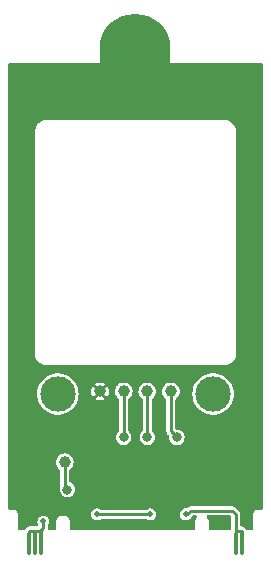
<source format=gbr>
%TF.GenerationSoftware,KiCad,Pcbnew,7.0.0-da2b9df05c~171~ubuntu20.04.1*%
%TF.CreationDate,2023-03-04T21:27:30-05:00*%
%TF.ProjectId,USB 2242,4c6f6769-7465-4636-9820-556e69667969,B*%
%TF.SameCoordinates,Original*%
%TF.FileFunction,Copper,L2,Bot*%
%TF.FilePolarity,Positive*%
%FSLAX46Y46*%
G04 Gerber Fmt 4.6, Leading zero omitted, Abs format (unit mm)*
G04 Created by KiCad (PCBNEW 7.0.0-da2b9df05c~171~ubuntu20.04.1) date 2023-03-04 21:27:30*
%MOMM*%
%LPD*%
G01*
G04 APERTURE LIST*
G04 Aperture macros list*
%AMFreePoly0*
4,1,15,-0.175000,0.812500,-0.168339,0.845985,-0.149372,0.874372,-0.120985,0.893339,-0.087500,0.900000,0.087500,0.900000,0.120985,0.893339,0.149372,0.874372,0.168339,0.845985,0.175000,0.812500,0.175000,-0.760000,0.035000,-0.900000,-0.035000,-0.900000,-0.175000,-0.760000,-0.175000,0.812500,-0.175000,0.812500,$1*%
G04 Aperture macros list end*
%TA.AperFunction,ComponentPad*%
%ADD10C,3.000000*%
%TD*%
%TA.AperFunction,SMDPad,CuDef*%
%ADD11FreePoly0,0.000000*%
%TD*%
%TA.AperFunction,ComponentPad*%
%ADD12C,5.500000*%
%TD*%
%TA.AperFunction,ConnectorPad*%
%ADD13O,6.000000X8.000000*%
%TD*%
%TA.AperFunction,SMDPad,CuDef*%
%ADD14C,1.000000*%
%TD*%
%TA.AperFunction,ViaPad*%
%ADD15C,0.800000*%
%TD*%
%TA.AperFunction,ViaPad*%
%ADD16C,0.500000*%
%TD*%
%TA.AperFunction,Conductor*%
%ADD17C,0.250000*%
%TD*%
G04 APERTURE END LIST*
D10*
%TO.P,USB1,5*%
%TO.N,N/C*%
X17570000Y13800000D03*
X4430000Y13800000D03*
%TD*%
D11*
%TO.P,J1,2,3.3V*%
%TO.N,+3V3*%
X19999999Y1099999D03*
D12*
%TO.P,J1,3,GND*%
%TO.N,GND*%
X11000000Y42000000D03*
D13*
X10999999Y41999999D03*
D11*
%TO.P,J1,4,3.3V*%
%TO.N,+3V3*%
X19499999Y1099999D03*
%TO.P,J1,70,3.3V*%
X2999999Y1099999D03*
%TO.P,J1,72,3.3V*%
X2499999Y1099999D03*
%TO.P,J1,74,3.3V*%
X1999999Y1099999D03*
%TD*%
D14*
%TO.P,TP2,1,1*%
%TO.N,/3V3 PROT*%
X5000000Y8000000D03*
%TD*%
%TO.P,TP4,1,1*%
%TO.N,/USBD+*%
X10000000Y14000000D03*
%TD*%
%TO.P,TP5,1,1*%
%TO.N,/USBD-*%
X12000000Y14000000D03*
%TD*%
%TO.P,TP1,1,1*%
%TO.N,GND*%
X8000000Y14000000D03*
%TD*%
%TO.P,TP3,1,1*%
%TO.N,+5V*%
X14000000Y14000000D03*
%TD*%
D15*
%TO.N,+5V*%
X14500000Y10120000D03*
D16*
%TO.N,GND*%
X20400000Y2900000D03*
X19500000Y7700000D03*
X3200000Y9700000D03*
X15500000Y7700000D03*
X1200000Y9700000D03*
X13750000Y2500000D03*
X19700000Y9700000D03*
X12250000Y2500000D03*
X20700000Y9700000D03*
X1200000Y8700000D03*
X1200000Y6700000D03*
X21200000Y8700000D03*
X1700000Y3000000D03*
X10900000Y5900000D03*
X1200000Y7700000D03*
X9250000Y2500000D03*
X2200000Y9700000D03*
X17600000Y2500000D03*
X18700000Y9700000D03*
X7750000Y2500000D03*
X17500000Y7700000D03*
X17500000Y5700000D03*
X6250000Y2500000D03*
X10750000Y2500000D03*
X14500000Y7700000D03*
X18500000Y7700000D03*
%TO.N,+3V3*%
X12250000Y3600000D03*
X7750000Y3600000D03*
X15250000Y3600000D03*
X3200000Y3000000D03*
D15*
%TO.N,/USBD+*%
X10000000Y10120000D03*
%TO.N,/USBD-*%
X12000000Y10120000D03*
%TO.N,/3V3 PROT*%
X5237500Y5700000D03*
%TD*%
D17*
%TO.N,+5V*%
X14000000Y10620000D02*
X14500000Y10120000D01*
X14000000Y14000000D02*
X14000000Y10620000D01*
%TO.N,+3V3*%
X2500000Y2150000D02*
X2500000Y1100000D01*
X2950000Y2200000D02*
X3000000Y2150000D01*
X2000000Y1100000D02*
X2000000Y2150000D01*
X19500000Y3600000D02*
X19200000Y3900000D01*
X19950000Y2200000D02*
X20000000Y2150000D01*
X20000000Y2150000D02*
X20000000Y1100000D01*
X19550000Y2200000D02*
X19950000Y2200000D01*
X15700000Y3900000D02*
X15400000Y3600000D01*
X2050000Y2200000D02*
X2200000Y2200000D01*
X2200000Y2200000D02*
X2450000Y2200000D01*
X3200000Y2450000D02*
X2950000Y2200000D01*
X7750000Y3600000D02*
X12250000Y3600000D01*
X19500000Y1100000D02*
X19500000Y2150000D01*
X19500000Y2150000D02*
X19500000Y3600000D01*
X3000000Y2150000D02*
X3000000Y1100000D01*
X3200000Y2450000D02*
X3200000Y3000000D01*
X2450000Y2200000D02*
X2500000Y2150000D01*
X2200000Y2200000D02*
X2400000Y2200000D01*
X2950000Y2200000D02*
X2600000Y2200000D01*
X19500000Y2150000D02*
X19550000Y2200000D01*
X15250000Y3600000D02*
X15400000Y3600000D01*
X2550000Y2200000D02*
X2950000Y2200000D01*
X19200000Y3900000D02*
X15700000Y3900000D01*
X2000000Y2150000D02*
X2050000Y2200000D01*
%TO.N,/USBD+*%
X10000000Y14000000D02*
X10000000Y10120000D01*
%TO.N,/USBD-*%
X12000000Y14000000D02*
X12000000Y10120000D01*
%TO.N,/3V3 PROT*%
X5000000Y8000000D02*
X5000000Y5937500D01*
X5000000Y5937500D02*
X5237500Y5700000D01*
%TD*%
%TA.AperFunction,Conductor*%
%TO.N,GND*%
G36*
X21738000Y41783387D02*
G01*
X21783387Y41738000D01*
X21800000Y41676000D01*
X21800000Y4124500D01*
X21783387Y4062500D01*
X21738000Y4017113D01*
X21676000Y4000500D01*
X21425500Y4000500D01*
X21425000Y4000500D01*
X21368607Y4000500D01*
X21361821Y3998952D01*
X21361819Y3998951D01*
X21265441Y3976954D01*
X21265434Y3976952D01*
X21258649Y3975403D01*
X21252378Y3972384D01*
X21252372Y3972381D01*
X21163307Y3929489D01*
X21163303Y3929487D01*
X21157033Y3926467D01*
X21151593Y3922129D01*
X21151587Y3922125D01*
X21074295Y3860486D01*
X21074290Y3860482D01*
X21068854Y3856146D01*
X21064518Y3850710D01*
X21064514Y3850705D01*
X21002875Y3773413D01*
X21002871Y3773407D01*
X20998533Y3767967D01*
X20995513Y3761697D01*
X20995511Y3761693D01*
X20952619Y3672628D01*
X20952616Y3672622D01*
X20949597Y3666351D01*
X20948048Y3659566D01*
X20948046Y3659559D01*
X20928437Y3573644D01*
X20924500Y3556393D01*
X20924500Y3549431D01*
X20924500Y2374000D01*
X20907887Y2312000D01*
X20862500Y2266613D01*
X20800500Y2250000D01*
X20446730Y2250000D01*
X20383258Y2267476D01*
X20337678Y2314978D01*
X20335164Y2319623D01*
X20332837Y2324141D01*
X20309826Y2371211D01*
X20304202Y2376835D01*
X20300419Y2383826D01*
X20292860Y2390785D01*
X20292856Y2390790D01*
X20261921Y2419268D01*
X20258231Y2422808D01*
X20252152Y2428886D01*
X20236013Y2448760D01*
X20235704Y2449233D01*
X20230084Y2457836D01*
X20205109Y2477275D01*
X20201190Y2480736D01*
X20201058Y2480579D01*
X20197143Y2483895D01*
X20193518Y2487520D01*
X20176591Y2499605D01*
X20172481Y2502670D01*
X20139297Y2528498D01*
X20131189Y2534809D01*
X20123668Y2537391D01*
X20117199Y2542010D01*
X20107353Y2544942D01*
X20107350Y2544943D01*
X20067043Y2556944D01*
X20062167Y2558506D01*
X20022381Y2572164D01*
X20022374Y2572166D01*
X20012660Y2575500D01*
X20004706Y2575500D01*
X19997088Y2577768D01*
X19986824Y2577344D01*
X19984158Y2577676D01*
X19928842Y2598824D01*
X19889642Y2643215D01*
X19875500Y2700723D01*
X19875500Y3548195D01*
X19878140Y3573644D01*
X19878258Y3574210D01*
X19878258Y3574211D01*
X19880367Y3584268D01*
X19876451Y3615677D01*
X19876128Y3620887D01*
X19875924Y3620870D01*
X19875500Y3625982D01*
X19875500Y3631114D01*
X19872074Y3651638D01*
X19871341Y3656674D01*
X19870981Y3659559D01*
X19864866Y3708626D01*
X19861373Y3715771D01*
X19860065Y3723610D01*
X19835158Y3769634D01*
X19832837Y3774141D01*
X19809826Y3821211D01*
X19804202Y3826835D01*
X19800419Y3833826D01*
X19792858Y3840786D01*
X19792857Y3840788D01*
X19761918Y3869269D01*
X19758220Y3872817D01*
X19502150Y4128888D01*
X19486022Y4148749D01*
X19485706Y4149232D01*
X19485703Y4149235D01*
X19480084Y4157836D01*
X19455109Y4177275D01*
X19451190Y4180736D01*
X19451058Y4180579D01*
X19447143Y4183895D01*
X19443518Y4187520D01*
X19426591Y4199605D01*
X19422481Y4202670D01*
X19389297Y4228498D01*
X19381189Y4234809D01*
X19373668Y4237391D01*
X19367199Y4242010D01*
X19357353Y4244942D01*
X19357350Y4244943D01*
X19317043Y4256944D01*
X19312167Y4258506D01*
X19272381Y4272164D01*
X19272374Y4272166D01*
X19262660Y4275500D01*
X19254706Y4275500D01*
X19247088Y4277768D01*
X19236823Y4277344D01*
X19236820Y4277344D01*
X19194807Y4275606D01*
X19189684Y4275500D01*
X15751805Y4275500D01*
X15726356Y4278140D01*
X15725790Y4278259D01*
X15725783Y4278260D01*
X15715732Y4280367D01*
X15705541Y4279097D01*
X15705537Y4279097D01*
X15684324Y4276452D01*
X15679109Y4276129D01*
X15679126Y4275924D01*
X15674007Y4275500D01*
X15668886Y4275500D01*
X15663838Y4274658D01*
X15663828Y4274657D01*
X15648394Y4272082D01*
X15643334Y4271345D01*
X15601571Y4266139D01*
X15601560Y4266136D01*
X15591374Y4264866D01*
X15584229Y4261374D01*
X15576390Y4260065D01*
X15567361Y4255180D01*
X15567358Y4255178D01*
X15530369Y4235162D01*
X15525821Y4232821D01*
X15488017Y4214338D01*
X15488015Y4214337D01*
X15478789Y4209826D01*
X15473165Y4204203D01*
X15466174Y4200419D01*
X15448054Y4180736D01*
X15430742Y4161931D01*
X15427198Y4158238D01*
X15405782Y4136821D01*
X15365553Y4109939D01*
X15318099Y4100500D01*
X15178039Y4100500D01*
X15169530Y4098002D01*
X15169526Y4098001D01*
X15048621Y4062500D01*
X15039947Y4059953D01*
X15032484Y4055158D01*
X15032484Y4055157D01*
X14926329Y3986936D01*
X14926325Y3986934D01*
X14918872Y3982143D01*
X14913070Y3975449D01*
X14913065Y3975443D01*
X14830431Y3880077D01*
X14830428Y3880073D01*
X14824623Y3873373D01*
X14820941Y3865311D01*
X14820938Y3865306D01*
X14768520Y3750527D01*
X14764835Y3742457D01*
X14763573Y3733684D01*
X14763572Y3733678D01*
X14752916Y3659559D01*
X14744353Y3600000D01*
X14745615Y3591223D01*
X14763572Y3466323D01*
X14763573Y3466319D01*
X14764835Y3457543D01*
X14768519Y3449475D01*
X14768520Y3449474D01*
X14809733Y3359230D01*
X14824623Y3326627D01*
X14830430Y3319925D01*
X14830431Y3319924D01*
X14913065Y3224558D01*
X14913067Y3224556D01*
X14918872Y3217857D01*
X15039947Y3140047D01*
X15178039Y3099500D01*
X15313090Y3099500D01*
X15321961Y3099500D01*
X15460053Y3140047D01*
X15581128Y3217857D01*
X15675377Y3326627D01*
X15680971Y3338877D01*
X15706087Y3375051D01*
X15819220Y3488182D01*
X15859448Y3515061D01*
X15906900Y3524500D01*
X16100482Y3524500D01*
X16155438Y3511657D01*
X16199009Y3475788D01*
X16222172Y3424324D01*
X16220127Y3367925D01*
X16193298Y3318273D01*
X16132144Y3249245D01*
X16132139Y3249239D01*
X16127169Y3243628D01*
X16123685Y3236992D01*
X16123680Y3236983D01*
X16062884Y3121146D01*
X16062881Y3121140D01*
X16059399Y3114504D01*
X16057605Y3107229D01*
X16057604Y3107224D01*
X16026294Y2980196D01*
X16026293Y2980190D01*
X16024500Y2972914D01*
X16024500Y2965414D01*
X16024500Y2374000D01*
X16007887Y2312000D01*
X15962500Y2266613D01*
X15900500Y2250000D01*
X5599500Y2250000D01*
X5537500Y2266613D01*
X5492113Y2312000D01*
X5475500Y2374000D01*
X5475500Y2965414D01*
X5475500Y2972914D01*
X5440601Y3114504D01*
X5430538Y3133678D01*
X5376319Y3236983D01*
X5376317Y3236986D01*
X5372831Y3243628D01*
X5276130Y3352782D01*
X5156116Y3435621D01*
X5149101Y3438282D01*
X5149098Y3438283D01*
X5026780Y3484672D01*
X5026774Y3484674D01*
X5019764Y3487332D01*
X5012319Y3488237D01*
X5012315Y3488237D01*
X4882445Y3504006D01*
X4875000Y3504910D01*
X4867555Y3504006D01*
X4737684Y3488237D01*
X4737679Y3488236D01*
X4730236Y3487332D01*
X4723227Y3484675D01*
X4723219Y3484672D01*
X4600901Y3438283D01*
X4600895Y3438281D01*
X4593884Y3435621D01*
X4587710Y3431361D01*
X4587707Y3431358D01*
X4480040Y3357041D01*
X4473870Y3352782D01*
X4468903Y3347177D01*
X4468899Y3347172D01*
X4382144Y3249245D01*
X4382139Y3249239D01*
X4377169Y3243628D01*
X4373685Y3236992D01*
X4373680Y3236983D01*
X4312884Y3121146D01*
X4312881Y3121140D01*
X4309399Y3114504D01*
X4307605Y3107229D01*
X4307604Y3107224D01*
X4276294Y2980196D01*
X4276293Y2980190D01*
X4274500Y2972914D01*
X4274500Y2965414D01*
X4274500Y2374000D01*
X4257887Y2312000D01*
X4212500Y2266613D01*
X4150500Y2250000D01*
X3697420Y2250000D01*
X3631049Y2269258D01*
X3585294Y2321050D01*
X3574939Y2385708D01*
X3575500Y2387340D01*
X3575500Y2395293D01*
X3577768Y2402911D01*
X3575606Y2455192D01*
X3575500Y2460315D01*
X3575500Y2622815D01*
X3583318Y2666148D01*
X3605786Y2704016D01*
X3619569Y2719924D01*
X3619569Y2719925D01*
X3625377Y2726627D01*
X3685165Y2857543D01*
X3705647Y3000000D01*
X3685165Y3142457D01*
X3625377Y3273373D01*
X3568620Y3338875D01*
X3536934Y3375443D01*
X3536932Y3375445D01*
X3531128Y3382143D01*
X3410053Y3459953D01*
X3316808Y3487332D01*
X3280473Y3498001D01*
X3280470Y3498002D01*
X3271961Y3500500D01*
X3128039Y3500500D01*
X3119530Y3498002D01*
X3119526Y3498001D01*
X3011641Y3466323D01*
X2989947Y3459953D01*
X2982484Y3455158D01*
X2982484Y3455157D01*
X2876329Y3386936D01*
X2876325Y3386934D01*
X2868872Y3382143D01*
X2863070Y3375449D01*
X2863065Y3375443D01*
X2780431Y3280077D01*
X2780428Y3280073D01*
X2774623Y3273373D01*
X2770941Y3265311D01*
X2770938Y3265306D01*
X2718520Y3150527D01*
X2714835Y3142457D01*
X2713573Y3133684D01*
X2713572Y3133678D01*
X2700603Y3043470D01*
X2694353Y3000000D01*
X2695615Y2991223D01*
X2713572Y2866323D01*
X2713573Y2866319D01*
X2714835Y2857543D01*
X2718517Y2849479D01*
X2718519Y2849475D01*
X2763487Y2751012D01*
X2774377Y2690655D01*
X2755009Y2632461D01*
X2710120Y2590668D01*
X2650693Y2575500D01*
X2518886Y2575500D01*
X2518886Y2575828D01*
X2512660Y2576085D01*
X2512660Y2575500D01*
X2509309Y2575500D01*
X2503493Y2575861D01*
X2497088Y2577768D01*
X2486823Y2577344D01*
X2486820Y2577344D01*
X2444807Y2575606D01*
X2439684Y2575500D01*
X2262660Y2575500D01*
X2101804Y2575500D01*
X2076358Y2578139D01*
X2075787Y2578259D01*
X2075785Y2578260D01*
X2065732Y2580367D01*
X2055541Y2579097D01*
X2055537Y2579097D01*
X2034324Y2576452D01*
X2029109Y2576129D01*
X2029126Y2575924D01*
X2024007Y2575500D01*
X2018886Y2575500D01*
X2013838Y2574658D01*
X2013828Y2574657D01*
X1998394Y2572082D01*
X1993334Y2571345D01*
X1951571Y2566139D01*
X1951560Y2566136D01*
X1941374Y2564866D01*
X1934229Y2561374D01*
X1926390Y2560065D01*
X1917361Y2555180D01*
X1917358Y2555178D01*
X1880369Y2535162D01*
X1875821Y2532821D01*
X1838017Y2514338D01*
X1838015Y2514337D01*
X1828789Y2509826D01*
X1823165Y2504203D01*
X1816174Y2500419D01*
X1809223Y2492870D01*
X1809218Y2492865D01*
X1780732Y2461922D01*
X1777187Y2458228D01*
X1771107Y2452148D01*
X1751259Y2436028D01*
X1750771Y2435710D01*
X1750761Y2435702D01*
X1742164Y2430084D01*
X1735855Y2421979D01*
X1735850Y2421974D01*
X1722720Y2405105D01*
X1719273Y2401178D01*
X1719418Y2401055D01*
X1716105Y2397145D01*
X1712480Y2393518D01*
X1709505Y2389352D01*
X1709498Y2389343D01*
X1700401Y2376601D01*
X1697342Y2372499D01*
X1671500Y2339297D01*
X1671496Y2339290D01*
X1665191Y2331189D01*
X1662609Y2323669D01*
X1657990Y2317199D01*
X1656875Y2313455D01*
X1612761Y2267478D01*
X1549287Y2250000D01*
X1199500Y2250000D01*
X1137500Y2266613D01*
X1092113Y2312000D01*
X1075500Y2374000D01*
X1075500Y3549431D01*
X1075500Y3556393D01*
X1065547Y3600000D01*
X7244353Y3600000D01*
X7245615Y3591223D01*
X7263572Y3466323D01*
X7263573Y3466319D01*
X7264835Y3457543D01*
X7268519Y3449475D01*
X7268520Y3449474D01*
X7309733Y3359230D01*
X7324623Y3326627D01*
X7330430Y3319925D01*
X7330431Y3319924D01*
X7413065Y3224558D01*
X7413067Y3224556D01*
X7418872Y3217857D01*
X7539947Y3140047D01*
X7678039Y3099500D01*
X7813090Y3099500D01*
X7821961Y3099500D01*
X7960053Y3140047D01*
X8060835Y3204816D01*
X8127875Y3224500D01*
X11872125Y3224500D01*
X11939164Y3204816D01*
X12039947Y3140047D01*
X12178039Y3099500D01*
X12313090Y3099500D01*
X12321961Y3099500D01*
X12460053Y3140047D01*
X12581128Y3217857D01*
X12675377Y3326627D01*
X12735165Y3457543D01*
X12755647Y3600000D01*
X12735165Y3742457D01*
X12675377Y3873373D01*
X12660515Y3890525D01*
X12586934Y3975443D01*
X12586932Y3975445D01*
X12581128Y3982143D01*
X12460053Y4059953D01*
X12404863Y4076159D01*
X12330473Y4098001D01*
X12330470Y4098002D01*
X12321961Y4100500D01*
X12178039Y4100500D01*
X12169530Y4098002D01*
X12169526Y4098001D01*
X12048621Y4062500D01*
X12039947Y4059953D01*
X12032484Y4055158D01*
X12032484Y4055157D01*
X11939164Y3995184D01*
X11872125Y3975500D01*
X8127875Y3975500D01*
X8060836Y3995184D01*
X8026713Y4017113D01*
X7960053Y4059953D01*
X7904863Y4076159D01*
X7830473Y4098001D01*
X7830470Y4098002D01*
X7821961Y4100500D01*
X7678039Y4100500D01*
X7669530Y4098002D01*
X7669526Y4098001D01*
X7548621Y4062500D01*
X7539947Y4059953D01*
X7532484Y4055158D01*
X7532484Y4055157D01*
X7426329Y3986936D01*
X7426325Y3986934D01*
X7418872Y3982143D01*
X7413070Y3975449D01*
X7413065Y3975443D01*
X7330431Y3880077D01*
X7330428Y3880073D01*
X7324623Y3873373D01*
X7320941Y3865311D01*
X7320938Y3865306D01*
X7268520Y3750527D01*
X7264835Y3742457D01*
X7263573Y3733684D01*
X7263572Y3733678D01*
X7252916Y3659559D01*
X7244353Y3600000D01*
X1065547Y3600000D01*
X1050403Y3666351D01*
X1001467Y3767967D01*
X931146Y3856146D01*
X919660Y3865306D01*
X848412Y3922125D01*
X848410Y3922127D01*
X842967Y3926467D01*
X794030Y3950034D01*
X747627Y3972381D01*
X747624Y3972383D01*
X741351Y3975403D01*
X734562Y3976953D01*
X734558Y3976954D01*
X638180Y3998951D01*
X638179Y3998952D01*
X631393Y4000500D01*
X624431Y4000500D01*
X324000Y4000500D01*
X262000Y4017113D01*
X216613Y4062500D01*
X200000Y4124500D01*
X200000Y8000000D01*
X4244751Y8000000D01*
X4245531Y7993077D01*
X4262906Y7838865D01*
X4262907Y7838858D01*
X4263687Y7831941D01*
X4319544Y7672310D01*
X4409523Y7529110D01*
X4529110Y7409523D01*
X4535010Y7405816D01*
X4566472Y7386047D01*
X4609028Y7341034D01*
X4624500Y7281053D01*
X4624500Y5989305D01*
X4621860Y5963856D01*
X4621741Y5963291D01*
X4621740Y5963284D01*
X4619633Y5953232D01*
X4620903Y5943038D01*
X4620479Y5932772D01*
X4618555Y5932852D01*
X4613223Y5888358D01*
X4603921Y5863830D01*
X4603918Y5863822D01*
X4601263Y5856818D01*
X4600359Y5849380D01*
X4600359Y5849376D01*
X4584000Y5714650D01*
X4582222Y5700000D01*
X4583126Y5692555D01*
X4600358Y5550630D01*
X4600359Y5550625D01*
X4601263Y5543182D01*
X4657280Y5395477D01*
X4747017Y5265470D01*
X4865260Y5160717D01*
X5005135Y5087304D01*
X5158515Y5049500D01*
X5308985Y5049500D01*
X5316485Y5049500D01*
X5469865Y5087304D01*
X5609740Y5160717D01*
X5727983Y5265470D01*
X5817720Y5395477D01*
X5873737Y5543182D01*
X5892778Y5700000D01*
X5873737Y5856818D01*
X5817720Y6004523D01*
X5727983Y6134530D01*
X5609740Y6239283D01*
X5603095Y6242771D01*
X5603093Y6242772D01*
X5476511Y6309208D01*
X5476510Y6309209D01*
X5469865Y6312696D01*
X5462578Y6314492D01*
X5455567Y6317151D01*
X5456369Y6319268D01*
X5420480Y6337542D01*
X5387307Y6380294D01*
X5375500Y6433103D01*
X5375500Y7281053D01*
X5390972Y7341034D01*
X5433528Y7386047D01*
X5470890Y7409523D01*
X5590477Y7529110D01*
X5680456Y7672310D01*
X5736313Y7831941D01*
X5755249Y8000000D01*
X5736313Y8168059D01*
X5680456Y8327690D01*
X5590477Y8470890D01*
X5470890Y8590477D01*
X5327690Y8680456D01*
X5321124Y8682754D01*
X5321121Y8682755D01*
X5174633Y8734013D01*
X5174630Y8734014D01*
X5168059Y8736313D01*
X5161142Y8737093D01*
X5161135Y8737094D01*
X5006923Y8754469D01*
X5000000Y8755249D01*
X4993077Y8754469D01*
X4838864Y8737094D01*
X4838855Y8737093D01*
X4831941Y8736313D01*
X4825371Y8734015D01*
X4825366Y8734013D01*
X4678878Y8682755D01*
X4678872Y8682753D01*
X4672310Y8680456D01*
X4666419Y8676755D01*
X4666418Y8676754D01*
X4535010Y8594185D01*
X4535005Y8594182D01*
X4529110Y8590477D01*
X4524185Y8585553D01*
X4524181Y8585549D01*
X4414451Y8475819D01*
X4414447Y8475815D01*
X4409523Y8470890D01*
X4405818Y8464995D01*
X4405815Y8464990D01*
X4323246Y8333582D01*
X4319544Y8327690D01*
X4317247Y8321128D01*
X4317245Y8321122D01*
X4265987Y8174634D01*
X4265985Y8174629D01*
X4263687Y8168059D01*
X4262907Y8161145D01*
X4262906Y8161136D01*
X4245531Y8006923D01*
X4244751Y8000000D01*
X200000Y8000000D01*
X200000Y13800000D01*
X2674592Y13800000D01*
X2674939Y13795369D01*
X2691936Y13568547D01*
X2694198Y13538370D01*
X2695228Y13533857D01*
X2695229Y13533851D01*
X2728459Y13388263D01*
X2752580Y13282584D01*
X2754275Y13278266D01*
X2754276Y13278262D01*
X2846734Y13042682D01*
X2846737Y13042676D01*
X2848432Y13038357D01*
X2850750Y13034342D01*
X2850753Y13034336D01*
X2924973Y12905784D01*
X2979614Y12811143D01*
X3143195Y12606019D01*
X3335521Y12427567D01*
X3552296Y12279772D01*
X3788677Y12165937D01*
X3793105Y12164572D01*
X3793108Y12164570D01*
X3896537Y12132667D01*
X4039385Y12088604D01*
X4298818Y12049500D01*
X4556547Y12049500D01*
X4561182Y12049500D01*
X4820615Y12088604D01*
X5071323Y12165937D01*
X5307704Y12279772D01*
X5524479Y12427567D01*
X5716805Y12606019D01*
X5880386Y12811143D01*
X6011568Y13038357D01*
X6107420Y13282584D01*
X6131541Y13388263D01*
X7568545Y13388263D01*
X7576423Y13380386D01*
X7666634Y13323701D01*
X7679096Y13317699D01*
X7825478Y13266478D01*
X7838976Y13263397D01*
X7993077Y13246034D01*
X8006923Y13246034D01*
X8161023Y13263397D01*
X8174521Y13266478D01*
X8320900Y13317698D01*
X8333366Y13323702D01*
X8423578Y13380387D01*
X8431453Y13388263D01*
X8425524Y13397699D01*
X8011542Y13811681D01*
X8000000Y13818345D01*
X7988456Y13811680D01*
X7574474Y13397699D01*
X7568545Y13388263D01*
X6131541Y13388263D01*
X6165802Y13538370D01*
X6185408Y13800000D01*
X6170939Y13993077D01*
X7246034Y13993077D01*
X7263396Y13838977D01*
X7266477Y13825479D01*
X7317698Y13679097D01*
X7323700Y13666634D01*
X7380384Y13576425D01*
X7388261Y13568547D01*
X7397697Y13574476D01*
X7811680Y13988458D01*
X7818344Y14000000D01*
X8181655Y14000000D01*
X8188319Y13988458D01*
X8602301Y13574476D01*
X8611737Y13568547D01*
X8619613Y13576422D01*
X8676298Y13666634D01*
X8682302Y13679100D01*
X8733522Y13825479D01*
X8736603Y13838977D01*
X8753966Y13993077D01*
X8753966Y14000000D01*
X9244751Y14000000D01*
X9245531Y13993077D01*
X9262906Y13838865D01*
X9262907Y13838858D01*
X9263687Y13831941D01*
X9265986Y13825370D01*
X9265987Y13825367D01*
X9274863Y13800000D01*
X9319544Y13672310D01*
X9323246Y13666419D01*
X9403704Y13538370D01*
X9409523Y13529110D01*
X9529110Y13409523D01*
X9535010Y13405816D01*
X9566472Y13386047D01*
X9609028Y13341034D01*
X9624500Y13281053D01*
X9624500Y10712204D01*
X9613576Y10661313D01*
X9582727Y10619388D01*
X9515127Y10559501D01*
X9515122Y10559497D01*
X9509517Y10554530D01*
X9505262Y10548366D01*
X9505257Y10548360D01*
X9424043Y10430700D01*
X9424040Y10430697D01*
X9419780Y10424523D01*
X9417120Y10417512D01*
X9417118Y10417506D01*
X9391135Y10348993D01*
X9363763Y10276818D01*
X9362859Y10269378D01*
X9362858Y10269371D01*
X9358174Y10230789D01*
X9344722Y10120000D01*
X9345626Y10112555D01*
X9362858Y9970630D01*
X9362859Y9970625D01*
X9363763Y9963182D01*
X9419780Y9815477D01*
X9509517Y9685470D01*
X9627760Y9580717D01*
X9767635Y9507304D01*
X9921015Y9469500D01*
X10071485Y9469500D01*
X10078985Y9469500D01*
X10232365Y9507304D01*
X10372240Y9580717D01*
X10490483Y9685470D01*
X10580220Y9815477D01*
X10636237Y9963182D01*
X10655278Y10120000D01*
X10636237Y10276818D01*
X10580220Y10424523D01*
X10490483Y10554530D01*
X10417273Y10619388D01*
X10386424Y10661313D01*
X10375500Y10712204D01*
X10375500Y13281053D01*
X10390972Y13341034D01*
X10433528Y13386047D01*
X10437055Y13388263D01*
X10470890Y13409523D01*
X10590477Y13529110D01*
X10680456Y13672310D01*
X10736313Y13831941D01*
X10755249Y14000000D01*
X11244751Y14000000D01*
X11245531Y13993077D01*
X11262906Y13838865D01*
X11262907Y13838858D01*
X11263687Y13831941D01*
X11265986Y13825370D01*
X11265987Y13825367D01*
X11274863Y13800000D01*
X11319544Y13672310D01*
X11323246Y13666419D01*
X11403704Y13538370D01*
X11409523Y13529110D01*
X11529110Y13409523D01*
X11535010Y13405816D01*
X11566472Y13386047D01*
X11609028Y13341034D01*
X11624500Y13281053D01*
X11624500Y10712204D01*
X11613576Y10661313D01*
X11582727Y10619388D01*
X11515127Y10559501D01*
X11515122Y10559497D01*
X11509517Y10554530D01*
X11505262Y10548366D01*
X11505257Y10548360D01*
X11424043Y10430700D01*
X11424040Y10430697D01*
X11419780Y10424523D01*
X11417120Y10417512D01*
X11417118Y10417506D01*
X11391135Y10348993D01*
X11363763Y10276818D01*
X11362859Y10269378D01*
X11362858Y10269371D01*
X11358174Y10230789D01*
X11344722Y10120000D01*
X11345626Y10112555D01*
X11362858Y9970630D01*
X11362859Y9970625D01*
X11363763Y9963182D01*
X11419780Y9815477D01*
X11509517Y9685470D01*
X11627760Y9580717D01*
X11767635Y9507304D01*
X11921015Y9469500D01*
X12071485Y9469500D01*
X12078985Y9469500D01*
X12232365Y9507304D01*
X12372240Y9580717D01*
X12490483Y9685470D01*
X12580220Y9815477D01*
X12636237Y9963182D01*
X12655278Y10120000D01*
X12636237Y10276818D01*
X12580220Y10424523D01*
X12490483Y10554530D01*
X12417273Y10619388D01*
X12386424Y10661313D01*
X12375500Y10712204D01*
X12375500Y13281053D01*
X12390972Y13341034D01*
X12433528Y13386047D01*
X12437055Y13388263D01*
X12470890Y13409523D01*
X12590477Y13529110D01*
X12680456Y13672310D01*
X12736313Y13831941D01*
X12755249Y14000000D01*
X13244751Y14000000D01*
X13245531Y13993077D01*
X13262906Y13838865D01*
X13262907Y13838858D01*
X13263687Y13831941D01*
X13265986Y13825370D01*
X13265987Y13825367D01*
X13274863Y13800000D01*
X13319544Y13672310D01*
X13323246Y13666419D01*
X13403704Y13538370D01*
X13409523Y13529110D01*
X13529110Y13409523D01*
X13535010Y13405816D01*
X13566472Y13386047D01*
X13609028Y13341034D01*
X13624500Y13281053D01*
X13624500Y10671805D01*
X13621860Y10646356D01*
X13621741Y10645791D01*
X13621740Y10645784D01*
X13619633Y10635732D01*
X13620903Y10625542D01*
X13620903Y10625538D01*
X13623548Y10604324D01*
X13623871Y10599109D01*
X13624077Y10599126D01*
X13624500Y10594019D01*
X13624500Y10588886D01*
X13625344Y10583828D01*
X13625345Y10583816D01*
X13627918Y10568397D01*
X13628657Y10563330D01*
X13629754Y10554530D01*
X13635134Y10511374D01*
X13638626Y10504230D01*
X13639935Y10496390D01*
X13664845Y10450359D01*
X13667171Y10445839D01*
X13685660Y10408021D01*
X13685661Y10408019D01*
X13690174Y10398789D01*
X13695797Y10393166D01*
X13699581Y10386174D01*
X13707138Y10379218D01*
X13707139Y10379216D01*
X13738081Y10350732D01*
X13741779Y10347184D01*
X13815481Y10273482D01*
X13845017Y10226251D01*
X13850896Y10170857D01*
X13845626Y10127448D01*
X13844722Y10120000D01*
X13845626Y10112555D01*
X13862858Y9970630D01*
X13862859Y9970625D01*
X13863763Y9963182D01*
X13919780Y9815477D01*
X14009517Y9685470D01*
X14127760Y9580717D01*
X14267635Y9507304D01*
X14421015Y9469500D01*
X14571485Y9469500D01*
X14578985Y9469500D01*
X14732365Y9507304D01*
X14872240Y9580717D01*
X14990483Y9685470D01*
X15080220Y9815477D01*
X15136237Y9963182D01*
X15155278Y10120000D01*
X15136237Y10276818D01*
X15080220Y10424523D01*
X14990483Y10554530D01*
X14898824Y10635732D01*
X14877856Y10654308D01*
X14877854Y10654310D01*
X14872240Y10659283D01*
X14865595Y10662771D01*
X14865593Y10662772D01*
X14739006Y10729211D01*
X14739002Y10729213D01*
X14732365Y10732696D01*
X14725087Y10734490D01*
X14725084Y10734491D01*
X14586267Y10768706D01*
X14586260Y10768707D01*
X14578985Y10770500D01*
X14499500Y10770500D01*
X14437500Y10787113D01*
X14392113Y10832500D01*
X14375500Y10894500D01*
X14375500Y13281053D01*
X14390972Y13341034D01*
X14433528Y13386047D01*
X14437055Y13388263D01*
X14470890Y13409523D01*
X14590477Y13529110D01*
X14680456Y13672310D01*
X14725136Y13800000D01*
X15814592Y13800000D01*
X15814939Y13795369D01*
X15831936Y13568547D01*
X15834198Y13538370D01*
X15835228Y13533857D01*
X15835229Y13533851D01*
X15868459Y13388263D01*
X15892580Y13282584D01*
X15894275Y13278266D01*
X15894276Y13278262D01*
X15986734Y13042682D01*
X15986737Y13042676D01*
X15988432Y13038357D01*
X15990750Y13034342D01*
X15990753Y13034336D01*
X16064973Y12905784D01*
X16119614Y12811143D01*
X16283195Y12606019D01*
X16475521Y12427567D01*
X16692296Y12279772D01*
X16928677Y12165937D01*
X16933105Y12164572D01*
X16933108Y12164570D01*
X17036537Y12132667D01*
X17179385Y12088604D01*
X17438818Y12049500D01*
X17696547Y12049500D01*
X17701182Y12049500D01*
X17960615Y12088604D01*
X18211323Y12165937D01*
X18447704Y12279772D01*
X18664479Y12427567D01*
X18856805Y12606019D01*
X19020386Y12811143D01*
X19151568Y13038357D01*
X19247420Y13282584D01*
X19305802Y13538370D01*
X19325408Y13800000D01*
X19305802Y14061630D01*
X19247420Y14317416D01*
X19151568Y14561643D01*
X19020386Y14788857D01*
X18856805Y14993981D01*
X18664479Y15172433D01*
X18447704Y15320228D01*
X18443518Y15322244D01*
X18215502Y15432051D01*
X18215496Y15432054D01*
X18211323Y15434063D01*
X18206901Y15435427D01*
X18206891Y15435431D01*
X17965048Y15510029D01*
X17965043Y15510031D01*
X17960615Y15511396D01*
X17956035Y15512087D01*
X17956028Y15512088D01*
X17705765Y15549810D01*
X17705754Y15549811D01*
X17701182Y15550500D01*
X17438818Y15550500D01*
X17434246Y15549811D01*
X17434234Y15549810D01*
X17183971Y15512088D01*
X17183961Y15512086D01*
X17179385Y15511396D01*
X17174959Y15510032D01*
X17174951Y15510029D01*
X16933108Y15435431D01*
X16933093Y15435426D01*
X16928677Y15434063D01*
X16924508Y15432056D01*
X16924497Y15432051D01*
X16696481Y15322244D01*
X16696474Y15322241D01*
X16692296Y15320228D01*
X16688463Y15317615D01*
X16688460Y15317613D01*
X16479349Y15175043D01*
X16475521Y15172433D01*
X16472129Y15169287D01*
X16472123Y15169281D01*
X16286596Y14997137D01*
X16283195Y14993981D01*
X16280306Y14990359D01*
X16280302Y14990354D01*
X16122506Y14792484D01*
X16119614Y14788857D01*
X16117295Y14784841D01*
X16117294Y14784839D01*
X15990753Y14565665D01*
X15990747Y14565654D01*
X15988432Y14561643D01*
X15986739Y14557330D01*
X15986734Y14557319D01*
X15894276Y14321739D01*
X15894273Y14321732D01*
X15892580Y14317416D01*
X15891548Y14312898D01*
X15891547Y14312892D01*
X15835229Y14066150D01*
X15835227Y14066142D01*
X15834198Y14061630D01*
X15833851Y14057011D01*
X15833851Y14057005D01*
X15817513Y13838977D01*
X15814592Y13800000D01*
X14725136Y13800000D01*
X14736313Y13831941D01*
X14755249Y14000000D01*
X14736313Y14168059D01*
X14680456Y14327690D01*
X14590477Y14470890D01*
X14470890Y14590477D01*
X14327690Y14680456D01*
X14321124Y14682754D01*
X14321121Y14682755D01*
X14174633Y14734013D01*
X14174630Y14734014D01*
X14168059Y14736313D01*
X14161142Y14737093D01*
X14161135Y14737094D01*
X14006923Y14754469D01*
X14000000Y14755249D01*
X13993077Y14754469D01*
X13838864Y14737094D01*
X13838855Y14737093D01*
X13831941Y14736313D01*
X13825371Y14734015D01*
X13825366Y14734013D01*
X13678878Y14682755D01*
X13678872Y14682753D01*
X13672310Y14680456D01*
X13666419Y14676755D01*
X13666418Y14676754D01*
X13535010Y14594185D01*
X13535005Y14594182D01*
X13529110Y14590477D01*
X13524185Y14585553D01*
X13524181Y14585549D01*
X13414451Y14475819D01*
X13414447Y14475815D01*
X13409523Y14470890D01*
X13405818Y14464995D01*
X13405815Y14464990D01*
X13379794Y14423577D01*
X13319544Y14327690D01*
X13317247Y14321128D01*
X13317245Y14321122D01*
X13265987Y14174634D01*
X13265985Y14174629D01*
X13263687Y14168059D01*
X13262907Y14161145D01*
X13262906Y14161136D01*
X13252204Y14066150D01*
X13244751Y14000000D01*
X12755249Y14000000D01*
X12736313Y14168059D01*
X12680456Y14327690D01*
X12590477Y14470890D01*
X12470890Y14590477D01*
X12327690Y14680456D01*
X12321124Y14682754D01*
X12321121Y14682755D01*
X12174633Y14734013D01*
X12174630Y14734014D01*
X12168059Y14736313D01*
X12161142Y14737093D01*
X12161135Y14737094D01*
X12006923Y14754469D01*
X12000000Y14755249D01*
X11993077Y14754469D01*
X11838864Y14737094D01*
X11838855Y14737093D01*
X11831941Y14736313D01*
X11825371Y14734015D01*
X11825366Y14734013D01*
X11678878Y14682755D01*
X11678872Y14682753D01*
X11672310Y14680456D01*
X11666419Y14676755D01*
X11666418Y14676754D01*
X11535010Y14594185D01*
X11535005Y14594182D01*
X11529110Y14590477D01*
X11524185Y14585553D01*
X11524181Y14585549D01*
X11414451Y14475819D01*
X11414447Y14475815D01*
X11409523Y14470890D01*
X11405818Y14464995D01*
X11405815Y14464990D01*
X11379794Y14423577D01*
X11319544Y14327690D01*
X11317247Y14321128D01*
X11317245Y14321122D01*
X11265987Y14174634D01*
X11265985Y14174629D01*
X11263687Y14168059D01*
X11262907Y14161145D01*
X11262906Y14161136D01*
X11252204Y14066150D01*
X11244751Y14000000D01*
X10755249Y14000000D01*
X10736313Y14168059D01*
X10680456Y14327690D01*
X10590477Y14470890D01*
X10470890Y14590477D01*
X10327690Y14680456D01*
X10321124Y14682754D01*
X10321121Y14682755D01*
X10174633Y14734013D01*
X10174630Y14734014D01*
X10168059Y14736313D01*
X10161142Y14737093D01*
X10161135Y14737094D01*
X10006923Y14754469D01*
X10000000Y14755249D01*
X9993077Y14754469D01*
X9838864Y14737094D01*
X9838855Y14737093D01*
X9831941Y14736313D01*
X9825371Y14734015D01*
X9825366Y14734013D01*
X9678878Y14682755D01*
X9678872Y14682753D01*
X9672310Y14680456D01*
X9666419Y14676755D01*
X9666418Y14676754D01*
X9535010Y14594185D01*
X9535005Y14594182D01*
X9529110Y14590477D01*
X9524185Y14585553D01*
X9524181Y14585549D01*
X9414451Y14475819D01*
X9414447Y14475815D01*
X9409523Y14470890D01*
X9405818Y14464995D01*
X9405815Y14464990D01*
X9379794Y14423577D01*
X9319544Y14327690D01*
X9317247Y14321128D01*
X9317245Y14321122D01*
X9265987Y14174634D01*
X9265985Y14174629D01*
X9263687Y14168059D01*
X9262907Y14161145D01*
X9262906Y14161136D01*
X9252204Y14066150D01*
X9244751Y14000000D01*
X8753966Y14000000D01*
X8753966Y14006923D01*
X8736603Y14161024D01*
X8733522Y14174522D01*
X8682301Y14320904D01*
X8676299Y14333366D01*
X8619614Y14423577D01*
X8611737Y14431455D01*
X8602301Y14425526D01*
X8188320Y14011544D01*
X8181655Y14000000D01*
X7818344Y14000000D01*
X7811680Y14011543D01*
X7397697Y14425526D01*
X7388261Y14431455D01*
X7380384Y14423578D01*
X7323699Y14333364D01*
X7317698Y14320904D01*
X7266477Y14174522D01*
X7263396Y14161024D01*
X7246034Y14006923D01*
X7246034Y13993077D01*
X6170939Y13993077D01*
X6165802Y14061630D01*
X6107420Y14317416D01*
X6011568Y14561643D01*
X5982645Y14611739D01*
X7568545Y14611739D01*
X7574474Y14602303D01*
X7988457Y14188320D01*
X8000000Y14181656D01*
X8011542Y14188320D01*
X8425524Y14602303D01*
X8431453Y14611739D01*
X8423575Y14619616D01*
X8333366Y14676300D01*
X8320903Y14682302D01*
X8174521Y14733523D01*
X8161023Y14736604D01*
X8006923Y14753966D01*
X7993077Y14753966D01*
X7838976Y14736604D01*
X7825478Y14733523D01*
X7679096Y14682302D01*
X7666636Y14676301D01*
X7576422Y14619616D01*
X7568545Y14611739D01*
X5982645Y14611739D01*
X5880386Y14788857D01*
X5716805Y14993981D01*
X5524479Y15172433D01*
X5307704Y15320228D01*
X5303518Y15322244D01*
X5075502Y15432051D01*
X5075496Y15432054D01*
X5071323Y15434063D01*
X5066901Y15435427D01*
X5066891Y15435431D01*
X4825048Y15510029D01*
X4825043Y15510031D01*
X4820615Y15511396D01*
X4816035Y15512087D01*
X4816028Y15512088D01*
X4565765Y15549810D01*
X4565754Y15549811D01*
X4561182Y15550500D01*
X4298818Y15550500D01*
X4294246Y15549811D01*
X4294234Y15549810D01*
X4043971Y15512088D01*
X4043961Y15512086D01*
X4039385Y15511396D01*
X4034959Y15510032D01*
X4034951Y15510029D01*
X3793108Y15435431D01*
X3793093Y15435426D01*
X3788677Y15434063D01*
X3784508Y15432056D01*
X3784497Y15432051D01*
X3556481Y15322244D01*
X3556474Y15322241D01*
X3552296Y15320228D01*
X3548463Y15317615D01*
X3548460Y15317613D01*
X3339349Y15175043D01*
X3335521Y15172433D01*
X3332129Y15169287D01*
X3332123Y15169281D01*
X3146596Y14997137D01*
X3143195Y14993981D01*
X3140306Y14990359D01*
X3140302Y14990354D01*
X2982506Y14792484D01*
X2979614Y14788857D01*
X2977295Y14784841D01*
X2977294Y14784839D01*
X2850753Y14565665D01*
X2850747Y14565654D01*
X2848432Y14561643D01*
X2846739Y14557330D01*
X2846734Y14557319D01*
X2754276Y14321739D01*
X2754273Y14321732D01*
X2752580Y14317416D01*
X2751548Y14312898D01*
X2751547Y14312892D01*
X2695229Y14066150D01*
X2695227Y14066142D01*
X2694198Y14061630D01*
X2693851Y14057011D01*
X2693851Y14057005D01*
X2677513Y13838977D01*
X2674592Y13800000D01*
X200000Y13800000D01*
X200000Y17112468D01*
X2499500Y17112468D01*
X2500439Y17107138D01*
X2500440Y17107136D01*
X2528957Y16945401D01*
X2528958Y16945395D01*
X2529899Y16940062D01*
X2589775Y16775555D01*
X2677308Y16623945D01*
X2789837Y16489837D01*
X2923945Y16377308D01*
X3075555Y16289775D01*
X3240062Y16229899D01*
X3412468Y16199500D01*
X3499901Y16199500D01*
X3500000Y16199500D01*
X3500500Y16199500D01*
X18499500Y16199500D01*
X18500099Y16199500D01*
X18582118Y16199500D01*
X18587532Y16199500D01*
X18759938Y16229899D01*
X18924445Y16289775D01*
X19076055Y16377308D01*
X19210163Y16489837D01*
X19322692Y16623945D01*
X19410225Y16775555D01*
X19470101Y16940062D01*
X19500500Y17112468D01*
X19500500Y17200000D01*
X19500500Y17200500D01*
X19500500Y36000099D01*
X19500500Y36087532D01*
X19470101Y36259938D01*
X19410225Y36424445D01*
X19322692Y36576055D01*
X19210163Y36710163D01*
X19076055Y36822692D01*
X18924445Y36910225D01*
X18919361Y36912076D01*
X18919360Y36912076D01*
X18765029Y36968248D01*
X18759938Y36970101D01*
X18754605Y36971042D01*
X18754599Y36971043D01*
X18592864Y36999560D01*
X18592862Y36999561D01*
X18587532Y37000500D01*
X18500099Y37000500D01*
X3500500Y37000500D01*
X3500000Y37000500D01*
X3412468Y37000500D01*
X3407138Y36999561D01*
X3407135Y36999560D01*
X3245400Y36971043D01*
X3245391Y36971041D01*
X3240062Y36970101D01*
X3234973Y36968249D01*
X3234970Y36968248D01*
X3080639Y36912076D01*
X3080633Y36912074D01*
X3075555Y36910225D01*
X3070872Y36907522D01*
X3070867Y36907519D01*
X2928633Y36825399D01*
X2928630Y36825397D01*
X2923945Y36822692D01*
X2919803Y36819217D01*
X2919798Y36819213D01*
X2793982Y36713642D01*
X2793976Y36713637D01*
X2789837Y36710163D01*
X2786363Y36706024D01*
X2786358Y36706018D01*
X2680787Y36580202D01*
X2680783Y36580197D01*
X2677308Y36576055D01*
X2674603Y36571370D01*
X2674601Y36571367D01*
X2592481Y36429133D01*
X2592478Y36429128D01*
X2589775Y36424445D01*
X2587926Y36419367D01*
X2587924Y36419361D01*
X2559712Y36341849D01*
X2529899Y36259938D01*
X2528959Y36254609D01*
X2528957Y36254600D01*
X2500440Y36092865D01*
X2499500Y36087532D01*
X2499500Y36000099D01*
X2499500Y17200500D01*
X2499500Y17200000D01*
X2499500Y17112468D01*
X200000Y17112468D01*
X200000Y41676000D01*
X216613Y41738000D01*
X262000Y41783387D01*
X324000Y41800000D01*
X21676000Y41800000D01*
X21738000Y41783387D01*
G37*
%TD.AperFunction*%
%TA.AperFunction,Conductor*%
G36*
X19040554Y3515061D02*
G01*
X19080782Y3488181D01*
X19088181Y3480782D01*
X19115061Y3440554D01*
X19124500Y3393101D01*
X19124500Y2374000D01*
X19107887Y2312000D01*
X19062500Y2266613D01*
X19000500Y2250000D01*
X17349500Y2250000D01*
X17287500Y2266613D01*
X17242113Y2312000D01*
X17225500Y2374000D01*
X17225500Y2965414D01*
X17225500Y2972914D01*
X17190601Y3114504D01*
X17180538Y3133678D01*
X17126319Y3236983D01*
X17126317Y3236986D01*
X17122831Y3243628D01*
X17056702Y3318273D01*
X17029873Y3367925D01*
X17027828Y3424324D01*
X17050991Y3475788D01*
X17094562Y3511657D01*
X17149518Y3524500D01*
X18993101Y3524500D01*
X19040554Y3515061D01*
G37*
%TD.AperFunction*%
%TD*%
M02*

</source>
